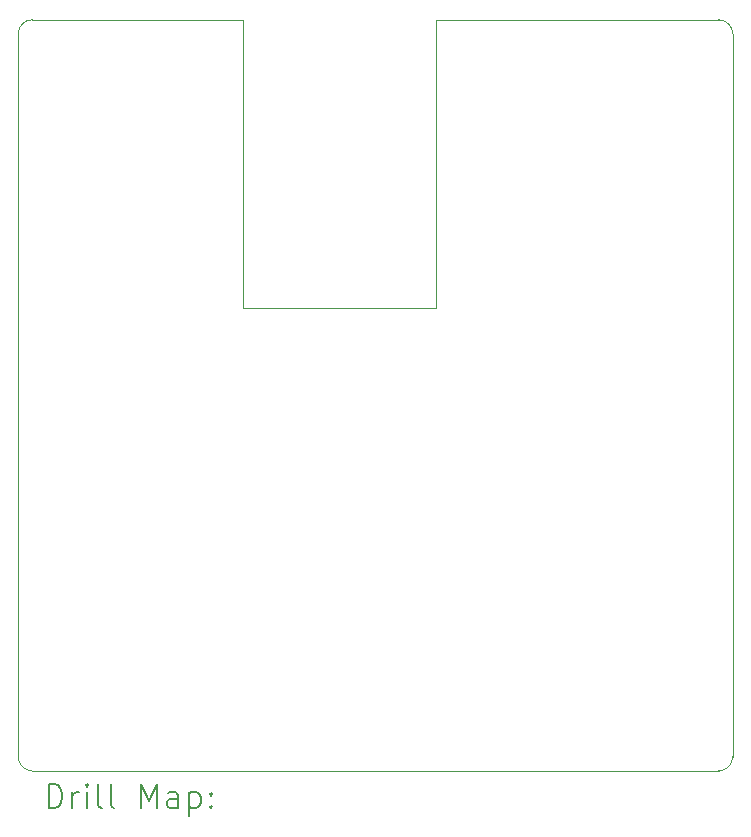
<source format=gbr>
%TF.GenerationSoftware,KiCad,Pcbnew,9.0.6*%
%TF.CreationDate,2025-12-01T14:44:23+01:00*%
%TF.ProjectId,wled-eth.versioned,776c6564-2d65-4746-982e-76657273696f,v0.49*%
%TF.SameCoordinates,Original*%
%TF.FileFunction,Drillmap*%
%TF.FilePolarity,Positive*%
%FSLAX45Y45*%
G04 Gerber Fmt 4.5, Leading zero omitted, Abs format (unit mm)*
G04 Created by KiCad (PCBNEW 9.0.6) date 2025-12-01 14:44:23*
%MOMM*%
%LPD*%
G01*
G04 APERTURE LIST*
%ADD10C,0.050000*%
%ADD11C,0.200000*%
G04 APERTURE END LIST*
D10*
X4000000Y-6290000D02*
X2360000Y-6290000D01*
X580000Y-3850000D02*
X2360000Y-3850000D01*
X2360000Y-6290000D02*
X2360000Y-3850000D01*
X6390000Y-3850000D02*
G75*
G02*
X6510000Y-3970000I0J-120000D01*
G01*
X580000Y-10210000D02*
G75*
G02*
X460000Y-10090000I0J120000D01*
G01*
X6390000Y-10210000D02*
X580000Y-10210000D01*
X460000Y-3970000D02*
X460000Y-10090000D01*
X4000000Y-3850000D02*
X4000000Y-6290000D01*
X6510000Y-3970000D02*
X6510000Y-10090000D01*
X6510000Y-10090000D02*
G75*
G02*
X6390000Y-10210000I-120000J0D01*
G01*
X4000000Y-3850000D02*
X6390000Y-3850000D01*
X460000Y-3970000D02*
G75*
G02*
X580000Y-3850000I120000J0D01*
G01*
D11*
X718277Y-10523984D02*
X718277Y-10323984D01*
X718277Y-10323984D02*
X765896Y-10323984D01*
X765896Y-10323984D02*
X794467Y-10333508D01*
X794467Y-10333508D02*
X813515Y-10352555D01*
X813515Y-10352555D02*
X823039Y-10371603D01*
X823039Y-10371603D02*
X832562Y-10409698D01*
X832562Y-10409698D02*
X832562Y-10438270D01*
X832562Y-10438270D02*
X823039Y-10476365D01*
X823039Y-10476365D02*
X813515Y-10495412D01*
X813515Y-10495412D02*
X794467Y-10514460D01*
X794467Y-10514460D02*
X765896Y-10523984D01*
X765896Y-10523984D02*
X718277Y-10523984D01*
X918277Y-10523984D02*
X918277Y-10390650D01*
X918277Y-10428746D02*
X927801Y-10409698D01*
X927801Y-10409698D02*
X937324Y-10400174D01*
X937324Y-10400174D02*
X956372Y-10390650D01*
X956372Y-10390650D02*
X975420Y-10390650D01*
X1042086Y-10523984D02*
X1042086Y-10390650D01*
X1042086Y-10323984D02*
X1032562Y-10333508D01*
X1032562Y-10333508D02*
X1042086Y-10343031D01*
X1042086Y-10343031D02*
X1051610Y-10333508D01*
X1051610Y-10333508D02*
X1042086Y-10323984D01*
X1042086Y-10323984D02*
X1042086Y-10343031D01*
X1165896Y-10523984D02*
X1146848Y-10514460D01*
X1146848Y-10514460D02*
X1137324Y-10495412D01*
X1137324Y-10495412D02*
X1137324Y-10323984D01*
X1270658Y-10523984D02*
X1251610Y-10514460D01*
X1251610Y-10514460D02*
X1242086Y-10495412D01*
X1242086Y-10495412D02*
X1242086Y-10323984D01*
X1499229Y-10523984D02*
X1499229Y-10323984D01*
X1499229Y-10323984D02*
X1565896Y-10466841D01*
X1565896Y-10466841D02*
X1632562Y-10323984D01*
X1632562Y-10323984D02*
X1632562Y-10523984D01*
X1813515Y-10523984D02*
X1813515Y-10419222D01*
X1813515Y-10419222D02*
X1803991Y-10400174D01*
X1803991Y-10400174D02*
X1784943Y-10390650D01*
X1784943Y-10390650D02*
X1746848Y-10390650D01*
X1746848Y-10390650D02*
X1727801Y-10400174D01*
X1813515Y-10514460D02*
X1794467Y-10523984D01*
X1794467Y-10523984D02*
X1746848Y-10523984D01*
X1746848Y-10523984D02*
X1727801Y-10514460D01*
X1727801Y-10514460D02*
X1718277Y-10495412D01*
X1718277Y-10495412D02*
X1718277Y-10476365D01*
X1718277Y-10476365D02*
X1727801Y-10457317D01*
X1727801Y-10457317D02*
X1746848Y-10447793D01*
X1746848Y-10447793D02*
X1794467Y-10447793D01*
X1794467Y-10447793D02*
X1813515Y-10438270D01*
X1908753Y-10390650D02*
X1908753Y-10590650D01*
X1908753Y-10400174D02*
X1927801Y-10390650D01*
X1927801Y-10390650D02*
X1965896Y-10390650D01*
X1965896Y-10390650D02*
X1984943Y-10400174D01*
X1984943Y-10400174D02*
X1994467Y-10409698D01*
X1994467Y-10409698D02*
X2003991Y-10428746D01*
X2003991Y-10428746D02*
X2003991Y-10485889D01*
X2003991Y-10485889D02*
X1994467Y-10504936D01*
X1994467Y-10504936D02*
X1984943Y-10514460D01*
X1984943Y-10514460D02*
X1965896Y-10523984D01*
X1965896Y-10523984D02*
X1927801Y-10523984D01*
X1927801Y-10523984D02*
X1908753Y-10514460D01*
X2089705Y-10504936D02*
X2099229Y-10514460D01*
X2099229Y-10514460D02*
X2089705Y-10523984D01*
X2089705Y-10523984D02*
X2080182Y-10514460D01*
X2080182Y-10514460D02*
X2089705Y-10504936D01*
X2089705Y-10504936D02*
X2089705Y-10523984D01*
X2089705Y-10400174D02*
X2099229Y-10409698D01*
X2099229Y-10409698D02*
X2089705Y-10419222D01*
X2089705Y-10419222D02*
X2080182Y-10409698D01*
X2080182Y-10409698D02*
X2089705Y-10400174D01*
X2089705Y-10400174D02*
X2089705Y-10419222D01*
M02*

</source>
